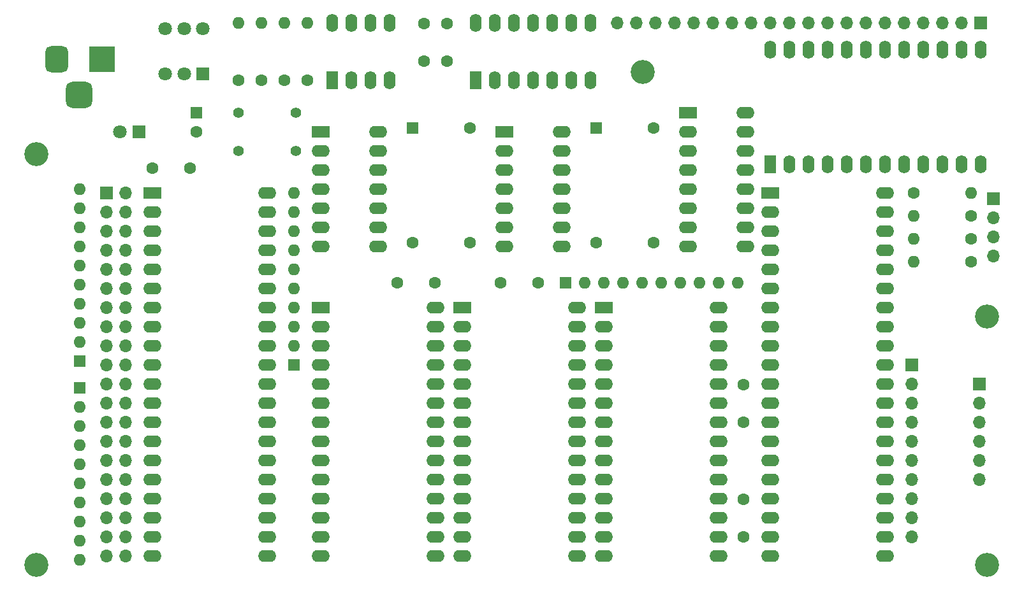
<source format=gbr>
%TF.GenerationSoftware,KiCad,Pcbnew,7.0.8*%
%TF.CreationDate,2023-10-15T11:42:58-04:00*%
%TF.ProjectId,jml-8-mini,6a6d6c2d-382d-46d6-996e-692e6b696361,rev?*%
%TF.SameCoordinates,Original*%
%TF.FileFunction,Soldermask,Bot*%
%TF.FilePolarity,Negative*%
%FSLAX46Y46*%
G04 Gerber Fmt 4.6, Leading zero omitted, Abs format (unit mm)*
G04 Created by KiCad (PCBNEW 7.0.8) date 2023-10-15 11:42:58*
%MOMM*%
%LPD*%
G01*
G04 APERTURE LIST*
G04 Aperture macros list*
%AMRoundRect*
0 Rectangle with rounded corners*
0 $1 Rounding radius*
0 $2 $3 $4 $5 $6 $7 $8 $9 X,Y pos of 4 corners*
0 Add a 4 corners polygon primitive as box body*
4,1,4,$2,$3,$4,$5,$6,$7,$8,$9,$2,$3,0*
0 Add four circle primitives for the rounded corners*
1,1,$1+$1,$2,$3*
1,1,$1+$1,$4,$5*
1,1,$1+$1,$6,$7*
1,1,$1+$1,$8,$9*
0 Add four rect primitives between the rounded corners*
20,1,$1+$1,$2,$3,$4,$5,0*
20,1,$1+$1,$4,$5,$6,$7,0*
20,1,$1+$1,$6,$7,$8,$9,0*
20,1,$1+$1,$8,$9,$2,$3,0*%
G04 Aperture macros list end*
%ADD10C,1.600000*%
%ADD11O,1.600000X1.600000*%
%ADD12R,2.400000X1.600000*%
%ADD13O,2.400000X1.600000*%
%ADD14R,1.600000X1.600000*%
%ADD15R,1.800000X1.800000*%
%ADD16C,1.800000*%
%ADD17R,1.600000X2.400000*%
%ADD18O,1.600000X2.400000*%
%ADD19C,3.200000*%
%ADD20R,1.700000X1.700000*%
%ADD21O,1.700000X1.700000*%
%ADD22C,1.397000*%
%ADD23R,3.500000X3.500000*%
%ADD24RoundRect,0.750000X-0.750000X-1.000000X0.750000X-1.000000X0.750000X1.000000X-0.750000X1.000000X0*%
%ADD25RoundRect,0.875000X-0.875000X-0.875000X0.875000X-0.875000X0.875000X0.875000X-0.875000X0.875000X0*%
G04 APERTURE END LIST*
D10*
%TO.C,R1*%
X212979000Y-80137000D03*
D11*
X205359000Y-80137000D03*
%TD*%
D12*
%TO.C,U1*%
X104262000Y-77059000D03*
D13*
X104262000Y-79599000D03*
X104262000Y-82139000D03*
X104262000Y-84679000D03*
X104262000Y-87219000D03*
X104262000Y-89759000D03*
X104262000Y-92299000D03*
X104262000Y-94839000D03*
X104262000Y-97379000D03*
X104262000Y-99919000D03*
X104262000Y-102459000D03*
X104262000Y-104999000D03*
X104262000Y-107539000D03*
X104262000Y-110079000D03*
X104262000Y-112619000D03*
X104262000Y-115159000D03*
X104262000Y-117699000D03*
X104262000Y-120239000D03*
X104262000Y-122779000D03*
X104262000Y-125319000D03*
X119502000Y-125319000D03*
X119502000Y-122779000D03*
X119502000Y-120239000D03*
X119502000Y-117699000D03*
X119502000Y-115159000D03*
X119502000Y-112619000D03*
X119502000Y-110079000D03*
X119502000Y-107539000D03*
X119502000Y-104999000D03*
X119502000Y-102459000D03*
X119502000Y-99919000D03*
X119502000Y-97379000D03*
X119502000Y-94839000D03*
X119502000Y-92299000D03*
X119502000Y-89759000D03*
X119502000Y-87219000D03*
X119502000Y-84679000D03*
X119502000Y-82139000D03*
X119502000Y-79599000D03*
X119502000Y-77059000D03*
%TD*%
D14*
%TO.C,X2*%
X163190000Y-68423000D03*
D10*
X163190000Y-83663000D03*
X170810000Y-83663000D03*
X170810000Y-68423000D03*
%TD*%
D12*
%TO.C,U8*%
X175382000Y-66421000D03*
D13*
X175382000Y-68961000D03*
X175382000Y-71501000D03*
X175382000Y-74041000D03*
X175382000Y-76581000D03*
X175382000Y-79121000D03*
X175382000Y-81661000D03*
X175382000Y-84201000D03*
X183002000Y-84201000D03*
X183002000Y-81661000D03*
X183002000Y-79121000D03*
X183002000Y-76581000D03*
X183002000Y-74041000D03*
X183002000Y-71501000D03*
X183002000Y-68961000D03*
X183002000Y-66421000D03*
%TD*%
D15*
%TO.C,D1*%
X102489000Y-68931000D03*
D16*
X99949000Y-68931000D03*
%TD*%
D17*
%TO.C,U11*%
X128148000Y-62073000D03*
D18*
X130688000Y-62073000D03*
X133228000Y-62073000D03*
X135768000Y-62073000D03*
X135768000Y-54453000D03*
X133228000Y-54453000D03*
X130688000Y-54453000D03*
X128148000Y-54453000D03*
%TD*%
D12*
%TO.C,U3*%
X145410000Y-92314000D03*
D13*
X145410000Y-94854000D03*
X145410000Y-97394000D03*
X145410000Y-99934000D03*
X145410000Y-102474000D03*
X145410000Y-105014000D03*
X145410000Y-107554000D03*
X145410000Y-110094000D03*
X145410000Y-112634000D03*
X145410000Y-115174000D03*
X145410000Y-117714000D03*
X145410000Y-120254000D03*
X145410000Y-122794000D03*
X145410000Y-125334000D03*
X160650000Y-125334000D03*
X160650000Y-122794000D03*
X160650000Y-120254000D03*
X160650000Y-117714000D03*
X160650000Y-115174000D03*
X160650000Y-112634000D03*
X160650000Y-110094000D03*
X160650000Y-107554000D03*
X160650000Y-105014000D03*
X160650000Y-102474000D03*
X160650000Y-99934000D03*
X160650000Y-97394000D03*
X160650000Y-94854000D03*
X160650000Y-92314000D03*
%TD*%
D14*
%TO.C,RN3*%
X123108000Y-99949000D03*
D11*
X123108000Y-97409000D03*
X123108000Y-94869000D03*
X123108000Y-92329000D03*
X123108000Y-89789000D03*
X123108000Y-87249000D03*
X123108000Y-84709000D03*
X123108000Y-82169000D03*
X123108000Y-79629000D03*
X123108000Y-77089000D03*
%TD*%
D10*
%TO.C,C5*%
X155530000Y-88997000D03*
X150530000Y-88997000D03*
%TD*%
%TO.C,R4*%
X205359000Y-77089000D03*
D11*
X212979000Y-77089000D03*
%TD*%
D10*
%TO.C,C2*%
X140330000Y-54503000D03*
X140330000Y-59503000D03*
%TD*%
D14*
%TO.C,RN4*%
X159126000Y-88997000D03*
D11*
X161666000Y-88997000D03*
X164206000Y-88997000D03*
X166746000Y-88997000D03*
X169286000Y-88997000D03*
X171826000Y-88997000D03*
X174366000Y-88997000D03*
X176906000Y-88997000D03*
X179446000Y-88997000D03*
X181986000Y-88997000D03*
%TD*%
D17*
%TO.C,U7*%
X186304000Y-73249000D03*
D18*
X188844000Y-73249000D03*
X191384000Y-73249000D03*
X193924000Y-73249000D03*
X196464000Y-73249000D03*
X199004000Y-73249000D03*
X201544000Y-73249000D03*
X204084000Y-73249000D03*
X206624000Y-73249000D03*
X209164000Y-73249000D03*
X211704000Y-73249000D03*
X214244000Y-73249000D03*
X214244000Y-58009000D03*
X211704000Y-58009000D03*
X209164000Y-58009000D03*
X206624000Y-58009000D03*
X204084000Y-58009000D03*
X201544000Y-58009000D03*
X199004000Y-58009000D03*
X196464000Y-58009000D03*
X193924000Y-58009000D03*
X191384000Y-58009000D03*
X188844000Y-58009000D03*
X186304000Y-58009000D03*
%TD*%
D19*
%TO.C,H5*%
X215138000Y-126492000D03*
%TD*%
D12*
%TO.C,U5*%
X186299000Y-77064000D03*
D13*
X186299000Y-79604000D03*
X186299000Y-82144000D03*
X186299000Y-84684000D03*
X186299000Y-87224000D03*
X186299000Y-89764000D03*
X186299000Y-92304000D03*
X186299000Y-94844000D03*
X186299000Y-97384000D03*
X186299000Y-99924000D03*
X186299000Y-102464000D03*
X186299000Y-105004000D03*
X186299000Y-107544000D03*
X186299000Y-110084000D03*
X186299000Y-112624000D03*
X186299000Y-115164000D03*
X186299000Y-117704000D03*
X186299000Y-120244000D03*
X186299000Y-122784000D03*
X186299000Y-125324000D03*
X201539000Y-125324000D03*
X201539000Y-122784000D03*
X201539000Y-120244000D03*
X201539000Y-117704000D03*
X201539000Y-115164000D03*
X201539000Y-112624000D03*
X201539000Y-110084000D03*
X201539000Y-107544000D03*
X201539000Y-105004000D03*
X201539000Y-102464000D03*
X201539000Y-99924000D03*
X201539000Y-97384000D03*
X201539000Y-94844000D03*
X201539000Y-92304000D03*
X201539000Y-89764000D03*
X201539000Y-87224000D03*
X201539000Y-84684000D03*
X201539000Y-82144000D03*
X201539000Y-79604000D03*
X201539000Y-77064000D03*
%TD*%
D14*
%TO.C,RN2*%
X94610000Y-99411000D03*
D11*
X94610000Y-96871000D03*
X94610000Y-94331000D03*
X94610000Y-91791000D03*
X94610000Y-89251000D03*
X94610000Y-86711000D03*
X94610000Y-84171000D03*
X94610000Y-81631000D03*
X94610000Y-79091000D03*
X94610000Y-76551000D03*
%TD*%
D10*
%TO.C,C4*%
X141814000Y-88997000D03*
X136814000Y-88997000D03*
%TD*%
D17*
%TO.C,U9*%
X147183000Y-62073000D03*
D18*
X149723000Y-62073000D03*
X152263000Y-62073000D03*
X154803000Y-62073000D03*
X157343000Y-62073000D03*
X159883000Y-62073000D03*
X162423000Y-62073000D03*
X162423000Y-54453000D03*
X159883000Y-54453000D03*
X157343000Y-54453000D03*
X154803000Y-54453000D03*
X152263000Y-54453000D03*
X149723000Y-54453000D03*
X147183000Y-54453000D03*
%TD*%
D20*
%TO.C,J2*%
X205105000Y-99949000D03*
D21*
X205105000Y-102489000D03*
X205105000Y-105029000D03*
X205105000Y-107569000D03*
X205105000Y-110109000D03*
X205105000Y-112649000D03*
X205105000Y-115189000D03*
X205105000Y-117729000D03*
X205105000Y-120269000D03*
X205105000Y-122809000D03*
%TD*%
D22*
%TO.C,SW1*%
X123312000Y-71471000D03*
X115692000Y-71471000D03*
X123312000Y-66391000D03*
X115692000Y-66391000D03*
%TD*%
D10*
%TO.C,R2*%
X212979000Y-83185000D03*
D11*
X205359000Y-83185000D03*
%TD*%
D12*
%TO.C,U4*%
X164206000Y-92314000D03*
D13*
X164206000Y-94854000D03*
X164206000Y-97394000D03*
X164206000Y-99934000D03*
X164206000Y-102474000D03*
X164206000Y-105014000D03*
X164206000Y-107554000D03*
X164206000Y-110094000D03*
X164206000Y-112634000D03*
X164206000Y-115174000D03*
X164206000Y-117714000D03*
X164206000Y-120254000D03*
X164206000Y-122794000D03*
X164206000Y-125334000D03*
X179446000Y-125334000D03*
X179446000Y-122794000D03*
X179446000Y-120254000D03*
X179446000Y-117714000D03*
X179446000Y-115174000D03*
X179446000Y-112634000D03*
X179446000Y-110094000D03*
X179446000Y-107554000D03*
X179446000Y-105014000D03*
X179446000Y-102474000D03*
X179446000Y-99934000D03*
X179446000Y-97394000D03*
X179446000Y-94854000D03*
X179446000Y-92314000D03*
%TD*%
D20*
%TO.C,J6*%
X98166000Y-77059000D03*
D21*
X100706000Y-77059000D03*
X98166000Y-79599000D03*
X100706000Y-79599000D03*
X98166000Y-82139000D03*
X100706000Y-82139000D03*
X98166000Y-84679000D03*
X100706000Y-84679000D03*
X98166000Y-87219000D03*
X100706000Y-87219000D03*
X98166000Y-89759000D03*
X100706000Y-89759000D03*
X98166000Y-92299000D03*
X100706000Y-92299000D03*
X98166000Y-94839000D03*
X100706000Y-94839000D03*
X98166000Y-97379000D03*
X100706000Y-97379000D03*
X98166000Y-99919000D03*
X100706000Y-99919000D03*
X98166000Y-102459000D03*
X100706000Y-102459000D03*
X98166000Y-104999000D03*
X100706000Y-104999000D03*
X98166000Y-107539000D03*
X100706000Y-107539000D03*
X98166000Y-110079000D03*
X100706000Y-110079000D03*
X98166000Y-112619000D03*
X100706000Y-112619000D03*
X98166000Y-115159000D03*
X100706000Y-115159000D03*
X98166000Y-117699000D03*
X100706000Y-117699000D03*
X98166000Y-120239000D03*
X100706000Y-120239000D03*
X98166000Y-122779000D03*
X100706000Y-122779000D03*
X98166000Y-125319000D03*
X100706000Y-125319000D03*
%TD*%
D19*
%TO.C,H4*%
X88900000Y-126492000D03*
%TD*%
D23*
%TO.C,J1*%
X97567000Y-59309000D03*
D24*
X91567000Y-59309000D03*
D25*
X94567000Y-64009000D03*
%TD*%
D15*
%TO.C,SW2*%
X110998000Y-61214000D03*
D16*
X108498000Y-61214000D03*
X105998000Y-61214000D03*
X110998000Y-55214000D03*
X108498000Y-55214000D03*
X105998000Y-55214000D03*
%TD*%
D10*
%TO.C,R8*%
X115697000Y-62083000D03*
D11*
X115697000Y-54463000D03*
%TD*%
D10*
%TO.C,C8*%
X109302000Y-73757000D03*
X104302000Y-73757000D03*
%TD*%
%TO.C,R6*%
X121788000Y-62073000D03*
D11*
X121788000Y-54453000D03*
%TD*%
D20*
%TO.C,J5*%
X214244000Y-54453000D03*
D21*
X211704000Y-54453000D03*
X209164000Y-54453000D03*
X206624000Y-54453000D03*
X204084000Y-54453000D03*
X201544000Y-54453000D03*
X199004000Y-54453000D03*
X196464000Y-54453000D03*
X193924000Y-54453000D03*
X191384000Y-54453000D03*
X188844000Y-54453000D03*
X186304000Y-54453000D03*
X183764000Y-54453000D03*
X181224000Y-54453000D03*
X178684000Y-54453000D03*
X176144000Y-54453000D03*
X173604000Y-54453000D03*
X171064000Y-54453000D03*
X168524000Y-54453000D03*
X165984000Y-54453000D03*
%TD*%
D10*
%TO.C,R5*%
X124836000Y-62073000D03*
D11*
X124836000Y-54453000D03*
%TD*%
D19*
%TO.C,H2*%
X169418000Y-60960000D03*
%TD*%
D10*
%TO.C,R7*%
X118740000Y-62083000D03*
D11*
X118740000Y-54463000D03*
%TD*%
D19*
%TO.C,H3*%
X88900000Y-71882000D03*
%TD*%
D14*
%TO.C,C3*%
X110109000Y-66421000D03*
D10*
X110109000Y-68921000D03*
%TD*%
D14*
%TO.C,RN1*%
X94610000Y-102967000D03*
D11*
X94610000Y-105507000D03*
X94610000Y-108047000D03*
X94610000Y-110587000D03*
X94610000Y-113127000D03*
X94610000Y-115667000D03*
X94610000Y-118207000D03*
X94610000Y-120747000D03*
X94610000Y-123287000D03*
X94610000Y-125827000D03*
%TD*%
D19*
%TO.C,H1*%
X215138000Y-93472000D03*
%TD*%
D10*
%TO.C,C1*%
X143378000Y-59503000D03*
X143378000Y-54503000D03*
%TD*%
%TO.C,C6*%
X182753000Y-122769000D03*
X182753000Y-117769000D03*
%TD*%
D12*
%TO.C,U2*%
X126609000Y-92299000D03*
D13*
X126609000Y-94839000D03*
X126609000Y-97379000D03*
X126609000Y-99919000D03*
X126609000Y-102459000D03*
X126609000Y-104999000D03*
X126609000Y-107539000D03*
X126609000Y-110079000D03*
X126609000Y-112619000D03*
X126609000Y-115159000D03*
X126609000Y-117699000D03*
X126609000Y-120239000D03*
X126609000Y-122779000D03*
X126609000Y-125319000D03*
X141849000Y-125319000D03*
X141849000Y-122779000D03*
X141849000Y-120239000D03*
X141849000Y-117699000D03*
X141849000Y-115159000D03*
X141849000Y-112619000D03*
X141849000Y-110079000D03*
X141849000Y-107539000D03*
X141849000Y-104999000D03*
X141849000Y-102459000D03*
X141849000Y-99919000D03*
X141849000Y-97379000D03*
X141849000Y-94839000D03*
X141849000Y-92299000D03*
%TD*%
D20*
%TO.C,J4*%
X214117000Y-102459000D03*
D21*
X214117000Y-104999000D03*
X214117000Y-107539000D03*
X214117000Y-110079000D03*
X214117000Y-112619000D03*
X214117000Y-115159000D03*
%TD*%
D10*
%TO.C,R3*%
X212979000Y-86233000D03*
D11*
X205359000Y-86233000D03*
%TD*%
D20*
%TO.C,J3*%
X215970000Y-77851000D03*
D21*
X215970000Y-80391000D03*
X215970000Y-82931000D03*
X215970000Y-85471000D03*
%TD*%
D10*
%TO.C,C7*%
X182748000Y-102539000D03*
X182748000Y-107539000D03*
%TD*%
D12*
%TO.C,U6*%
X126614000Y-68931000D03*
D13*
X126614000Y-71471000D03*
X126614000Y-74011000D03*
X126614000Y-76551000D03*
X126614000Y-79091000D03*
X126614000Y-81631000D03*
X126614000Y-84171000D03*
X134234000Y-84171000D03*
X134234000Y-81631000D03*
X134234000Y-79091000D03*
X134234000Y-76551000D03*
X134234000Y-74011000D03*
X134234000Y-71471000D03*
X134234000Y-68931000D03*
%TD*%
D14*
%TO.C,X1*%
X138806000Y-68423000D03*
D10*
X138806000Y-83663000D03*
X146426000Y-83663000D03*
X146426000Y-68423000D03*
%TD*%
D12*
%TO.C,U10*%
X151008000Y-68926000D03*
D13*
X151008000Y-71466000D03*
X151008000Y-74006000D03*
X151008000Y-76546000D03*
X151008000Y-79086000D03*
X151008000Y-81626000D03*
X151008000Y-84166000D03*
X158628000Y-84166000D03*
X158628000Y-81626000D03*
X158628000Y-79086000D03*
X158628000Y-76546000D03*
X158628000Y-74006000D03*
X158628000Y-71466000D03*
X158628000Y-68926000D03*
%TD*%
M02*

</source>
